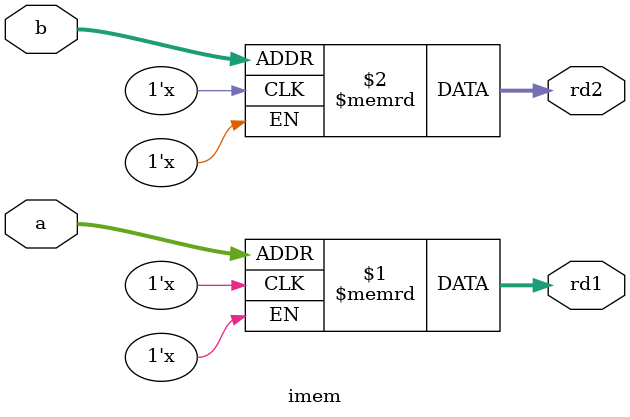
<source format=sv>
`timescale 1ns / 1ps
module imem(
    input [5:0] a, 
    output [31:0] rd1,
    input [5:0] b,
    output [31:0] rd2
    );
    logic [31:0] RAM[63:0];
//    initial
//        begin
//            $readmemh("memfile.dat", RAM);
//        end
    assign #1 rd1 = RAM[a];
    assign #1 rd2 = RAM[b];
endmodule

</source>
